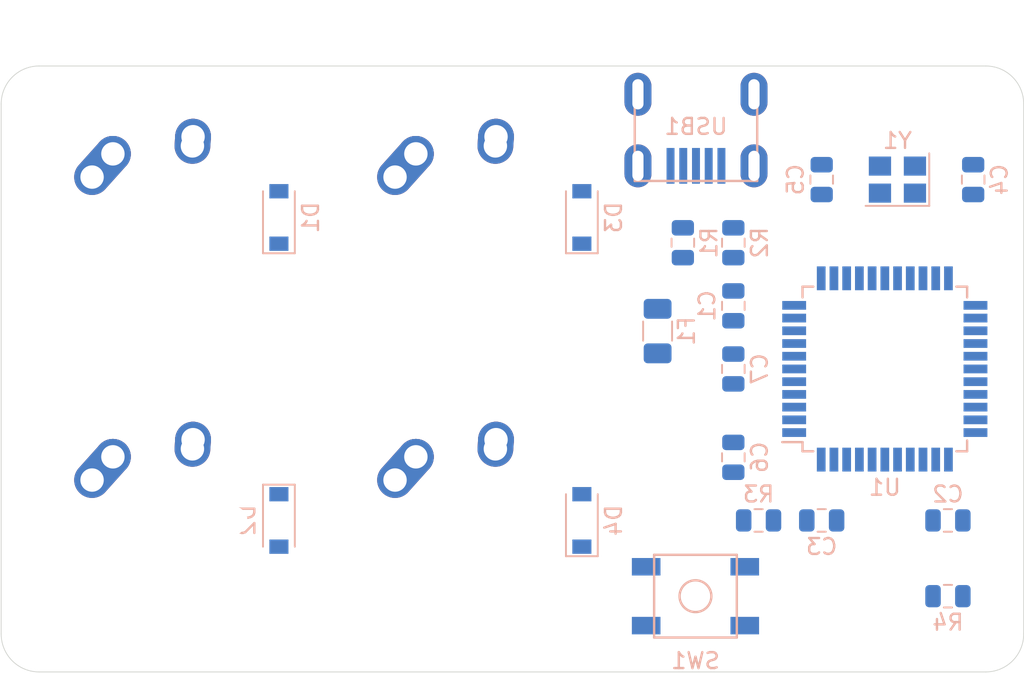
<source format=kicad_pcb>
(kicad_pcb (version 20171130) (host pcbnew "(5.1.4-0-10_14)")

  (general
    (thickness 1.6)
    (drawings 8)
    (tracks 0)
    (zones 0)
    (modules 24)
    (nets 49)
  )

  (page A4)
  (layers
    (0 F.Cu signal)
    (31 B.Cu signal)
    (32 B.Adhes user)
    (33 F.Adhes user)
    (34 B.Paste user)
    (35 F.Paste user)
    (36 B.SilkS user)
    (37 F.SilkS user)
    (38 B.Mask user)
    (39 F.Mask user)
    (40 Dwgs.User user)
    (41 Cmts.User user)
    (42 Eco1.User user)
    (43 Eco2.User user)
    (44 Edge.Cuts user)
    (45 Margin user)
    (46 B.CrtYd user)
    (47 F.CrtYd user)
    (48 B.Fab user)
    (49 F.Fab user)
  )

  (setup
    (last_trace_width 0.25)
    (trace_clearance 0.2)
    (zone_clearance 0.508)
    (zone_45_only no)
    (trace_min 0.2)
    (via_size 0.8)
    (via_drill 0.4)
    (via_min_size 0.4)
    (via_min_drill 0.3)
    (uvia_size 0.3)
    (uvia_drill 0.1)
    (uvias_allowed no)
    (uvia_min_size 0.2)
    (uvia_min_drill 0.1)
    (edge_width 0.05)
    (segment_width 0.2)
    (pcb_text_width 0.3)
    (pcb_text_size 1.5 1.5)
    (mod_edge_width 0.12)
    (mod_text_size 1 1)
    (mod_text_width 0.15)
    (pad_size 1.524 1.524)
    (pad_drill 0.762)
    (pad_to_mask_clearance 0.051)
    (solder_mask_min_width 0.25)
    (aux_axis_origin 0 0)
    (visible_elements FFFFFF7F)
    (pcbplotparams
      (layerselection 0x010fc_ffffffff)
      (usegerberextensions false)
      (usegerberattributes false)
      (usegerberadvancedattributes false)
      (creategerberjobfile false)
      (excludeedgelayer true)
      (linewidth 0.100000)
      (plotframeref false)
      (viasonmask false)
      (mode 1)
      (useauxorigin false)
      (hpglpennumber 1)
      (hpglpenspeed 20)
      (hpglpendiameter 15.000000)
      (psnegative false)
      (psa4output false)
      (plotreference true)
      (plotvalue true)
      (plotinvisibletext false)
      (padsonsilk false)
      (subtractmaskfromsilk false)
      (outputformat 1)
      (mirror false)
      (drillshape 1)
      (scaleselection 1)
      (outputdirectory ""))
  )

  (net 0 "")
  (net 1 GND)
  (net 2 +5V)
  (net 3 "Net-(C4-Pad1)")
  (net 4 "Net-(C5-Pad1)")
  (net 5 "Net-(C7-Pad1)")
  (net 6 "Net-(D1-Pad2)")
  (net 7 ROW0)
  (net 8 "Net-(D2-Pad2)")
  (net 9 ROW1)
  (net 10 "Net-(D3-Pad2)")
  (net 11 "Net-(D4-Pad2)")
  (net 12 VCC)
  (net 13 COL0)
  (net 14 COL1)
  (net 15 D-)
  (net 16 "Net-(R1-Pad1)")
  (net 17 D+)
  (net 18 "Net-(R2-Pad1)")
  (net 19 "Net-(R3-Pad2)")
  (net 20 "Net-(R4-Pad2)")
  (net 21 "Net-(U1-Pad42)")
  (net 22 "Net-(U1-Pad41)")
  (net 23 "Net-(U1-Pad40)")
  (net 24 "Net-(U1-Pad39)")
  (net 25 "Net-(U1-Pad38)")
  (net 26 "Net-(U1-Pad37)")
  (net 27 "Net-(U1-Pad36)")
  (net 28 "Net-(U1-Pad32)")
  (net 29 "Net-(U1-Pad31)")
  (net 30 "Net-(U1-Pad30)")
  (net 31 "Net-(U1-Pad29)")
  (net 32 "Net-(U1-Pad28)")
  (net 33 "Net-(U1-Pad27)")
  (net 34 "Net-(U1-Pad26)")
  (net 35 "Net-(U1-Pad25)")
  (net 36 "Net-(U1-Pad22)")
  (net 37 "Net-(U1-Pad21)")
  (net 38 "Net-(U1-Pad20)")
  (net 39 "Net-(U1-Pad19)")
  (net 40 "Net-(U1-Pad18)")
  (net 41 "Net-(U1-Pad12)")
  (net 42 "Net-(U1-Pad11)")
  (net 43 "Net-(U1-Pad10)")
  (net 44 "Net-(U1-Pad9)")
  (net 45 "Net-(U1-Pad8)")
  (net 46 "Net-(U1-Pad1)")
  (net 47 "Net-(USB1-Pad6)")
  (net 48 "Net-(USB1-Pad2)")

  (net_class Default "This is the default net class."
    (clearance 0.2)
    (trace_width 0.25)
    (via_dia 0.8)
    (via_drill 0.4)
    (uvia_dia 0.3)
    (uvia_drill 0.1)
    (add_net +5V)
    (add_net COL0)
    (add_net COL1)
    (add_net D+)
    (add_net D-)
    (add_net GND)
    (add_net "Net-(C4-Pad1)")
    (add_net "Net-(C5-Pad1)")
    (add_net "Net-(C7-Pad1)")
    (add_net "Net-(D1-Pad2)")
    (add_net "Net-(D2-Pad2)")
    (add_net "Net-(D3-Pad2)")
    (add_net "Net-(D4-Pad2)")
    (add_net "Net-(R1-Pad1)")
    (add_net "Net-(R2-Pad1)")
    (add_net "Net-(R3-Pad2)")
    (add_net "Net-(R4-Pad2)")
    (add_net "Net-(U1-Pad1)")
    (add_net "Net-(U1-Pad10)")
    (add_net "Net-(U1-Pad11)")
    (add_net "Net-(U1-Pad12)")
    (add_net "Net-(U1-Pad18)")
    (add_net "Net-(U1-Pad19)")
    (add_net "Net-(U1-Pad20)")
    (add_net "Net-(U1-Pad21)")
    (add_net "Net-(U1-Pad22)")
    (add_net "Net-(U1-Pad25)")
    (add_net "Net-(U1-Pad26)")
    (add_net "Net-(U1-Pad27)")
    (add_net "Net-(U1-Pad28)")
    (add_net "Net-(U1-Pad29)")
    (add_net "Net-(U1-Pad30)")
    (add_net "Net-(U1-Pad31)")
    (add_net "Net-(U1-Pad32)")
    (add_net "Net-(U1-Pad36)")
    (add_net "Net-(U1-Pad37)")
    (add_net "Net-(U1-Pad38)")
    (add_net "Net-(U1-Pad39)")
    (add_net "Net-(U1-Pad40)")
    (add_net "Net-(U1-Pad41)")
    (add_net "Net-(U1-Pad42)")
    (add_net "Net-(U1-Pad8)")
    (add_net "Net-(U1-Pad9)")
    (add_net "Net-(USB1-Pad2)")
    (add_net "Net-(USB1-Pad6)")
    (add_net ROW0)
    (add_net ROW1)
    (add_net VCC)
  )

  (module Crystal:Crystal_SMD_3225-4Pin_3.2x2.5mm (layer B.Cu) (tedit 5A0FD1B2) (tstamp 6056EDD4)
    (at 135.73125 118.26875 180)
    (descr "SMD Crystal SERIES SMD3225/4 http://www.txccrystal.com/images/pdf/7m-accuracy.pdf, 3.2x2.5mm^2 package")
    (tags "SMD SMT crystal")
    (path /6058BC2E)
    (attr smd)
    (fp_text reference Y1 (at 0 2.45) (layer B.SilkS)
      (effects (font (size 1 1) (thickness 0.15)) (justify mirror))
    )
    (fp_text value 16MHz (at 0 -2.45) (layer B.Fab)
      (effects (font (size 1 1) (thickness 0.15)) (justify mirror))
    )
    (fp_line (start 2.1 1.7) (end -2.1 1.7) (layer B.CrtYd) (width 0.05))
    (fp_line (start 2.1 -1.7) (end 2.1 1.7) (layer B.CrtYd) (width 0.05))
    (fp_line (start -2.1 -1.7) (end 2.1 -1.7) (layer B.CrtYd) (width 0.05))
    (fp_line (start -2.1 1.7) (end -2.1 -1.7) (layer B.CrtYd) (width 0.05))
    (fp_line (start -2 -1.65) (end 2 -1.65) (layer B.SilkS) (width 0.12))
    (fp_line (start -2 1.65) (end -2 -1.65) (layer B.SilkS) (width 0.12))
    (fp_line (start -1.6 -0.25) (end -0.6 -1.25) (layer B.Fab) (width 0.1))
    (fp_line (start 1.6 1.25) (end -1.6 1.25) (layer B.Fab) (width 0.1))
    (fp_line (start 1.6 -1.25) (end 1.6 1.25) (layer B.Fab) (width 0.1))
    (fp_line (start -1.6 -1.25) (end 1.6 -1.25) (layer B.Fab) (width 0.1))
    (fp_line (start -1.6 1.25) (end -1.6 -1.25) (layer B.Fab) (width 0.1))
    (fp_text user %R (at 0 0) (layer B.Fab)
      (effects (font (size 0.7 0.7) (thickness 0.105)) (justify mirror))
    )
    (pad 4 smd rect (at -1.1 0.85 180) (size 1.4 1.2) (layers B.Cu B.Paste B.Mask)
      (net 1 GND))
    (pad 3 smd rect (at 1.1 0.85 180) (size 1.4 1.2) (layers B.Cu B.Paste B.Mask)
      (net 4 "Net-(C5-Pad1)"))
    (pad 2 smd rect (at 1.1 -0.85 180) (size 1.4 1.2) (layers B.Cu B.Paste B.Mask)
      (net 1 GND))
    (pad 1 smd rect (at -1.1 -0.85 180) (size 1.4 1.2) (layers B.Cu B.Paste B.Mask)
      (net 3 "Net-(C4-Pad1)"))
    (model ${KISYS3DMOD}/Crystal.3dshapes/Crystal_SMD_3225-4Pin_3.2x2.5mm.wrl
      (at (xyz 0 0 0))
      (scale (xyz 1 1 1))
      (rotate (xyz 0 0 0))
    )
  )

  (module random-keyboard-parts:Molex-0548190589 (layer B.Cu) (tedit 5C494815) (tstamp 6056EA2B)
    (at 123.063 112.903 270)
    (path /605E54FA)
    (attr smd)
    (fp_text reference USB1 (at 2.032 0 180) (layer B.SilkS)
      (effects (font (size 1 1) (thickness 0.15)) (justify mirror))
    )
    (fp_text value Molex-0548190589 (at -5.08 0 180) (layer Dwgs.User)
      (effects (font (size 1 1) (thickness 0.15)))
    )
    (fp_text user %R (at 2 0 180) (layer B.CrtYd)
      (effects (font (size 1 1) (thickness 0.15)) (justify mirror))
    )
    (fp_line (start 3.25 1.25) (end 5.5 1.25) (layer B.CrtYd) (width 0.15))
    (fp_line (start 5.5 0.5) (end 3.25 0.5) (layer B.CrtYd) (width 0.15))
    (fp_line (start 3.25 -0.5) (end 5.5 -0.5) (layer B.CrtYd) (width 0.15))
    (fp_line (start 5.5 -1.25) (end 3.25 -1.25) (layer B.CrtYd) (width 0.15))
    (fp_line (start 3.25 -2) (end 5.5 -2) (layer B.CrtYd) (width 0.15))
    (fp_line (start 3.25 2) (end 3.25 -2) (layer B.CrtYd) (width 0.15))
    (fp_line (start 5.5 2) (end 3.25 2) (layer B.CrtYd) (width 0.15))
    (fp_line (start -3.75 -3.75) (end -3.75 3.75) (layer B.CrtYd) (width 0.15))
    (fp_line (start 5.5 -3.75) (end -3.75 -3.75) (layer B.CrtYd) (width 0.15))
    (fp_line (start 5.5 3.75) (end 5.5 -3.75) (layer B.CrtYd) (width 0.15))
    (fp_line (start -3.75 3.75) (end 5.5 3.75) (layer B.CrtYd) (width 0.15))
    (fp_line (start 0 3.85) (end 5.45 3.85) (layer B.SilkS) (width 0.15))
    (fp_line (start 0 -3.85) (end 5.45 -3.85) (layer B.SilkS) (width 0.15))
    (fp_line (start 5.45 3.85) (end 5.45 -3.85) (layer B.SilkS) (width 0.15))
    (fp_line (start -3.75 3.85) (end 0 3.85) (layer Dwgs.User) (width 0.15))
    (fp_line (start -3.75 -3.85) (end 0 -3.85) (layer Dwgs.User) (width 0.15))
    (fp_line (start -1.75 4.572) (end -1.75 -4.572) (layer Dwgs.User) (width 0.15))
    (fp_line (start -3.75 3.85) (end -3.75 -3.85) (layer Dwgs.User) (width 0.15))
    (pad 6 thru_hole oval (at 0 3.65 270) (size 2.7 1.7) (drill oval 1.9 0.7) (layers *.Cu *.Mask)
      (net 47 "Net-(USB1-Pad6)"))
    (pad 6 thru_hole oval (at 0 -3.65 270) (size 2.7 1.7) (drill oval 1.9 0.7) (layers *.Cu *.Mask)
      (net 47 "Net-(USB1-Pad6)"))
    (pad 6 thru_hole oval (at 4.5 -3.65 270) (size 2.7 1.7) (drill oval 1.9 0.7) (layers *.Cu *.Mask)
      (net 47 "Net-(USB1-Pad6)"))
    (pad 6 thru_hole oval (at 4.5 3.65 270) (size 2.7 1.7) (drill oval 1.9 0.7) (layers *.Cu *.Mask)
      (net 47 "Net-(USB1-Pad6)"))
    (pad 5 smd rect (at 4.5 1.6 270) (size 2.25 0.5) (layers B.Cu B.Paste B.Mask)
      (net 12 VCC))
    (pad 4 smd rect (at 4.5 0.8 270) (size 2.25 0.5) (layers B.Cu B.Paste B.Mask)
      (net 15 D-))
    (pad 3 smd rect (at 4.5 0 270) (size 2.25 0.5) (layers B.Cu B.Paste B.Mask)
      (net 17 D+))
    (pad 2 smd rect (at 4.5 -0.8 270) (size 2.25 0.5) (layers B.Cu B.Paste B.Mask)
      (net 48 "Net-(USB1-Pad2)"))
    (pad 1 smd rect (at 4.5 -1.6 270) (size 2.25 0.5) (layers B.Cu B.Paste B.Mask)
      (net 1 GND))
  )

  (module Package_QFP:TQFP-44_10x10mm_P0.8mm (layer B.Cu) (tedit 5A02F146) (tstamp 6056EA0B)
    (at 134.9375 130.175)
    (descr "44-Lead Plastic Thin Quad Flatpack (PT) - 10x10x1.0 mm Body [TQFP] (see Microchip Packaging Specification 00000049BS.pdf)")
    (tags "QFP 0.8")
    (path /60564E88)
    (attr smd)
    (fp_text reference U1 (at 0 7.45) (layer B.SilkS)
      (effects (font (size 1 1) (thickness 0.15)) (justify mirror))
    )
    (fp_text value ATmega32U4-AU (at 0 -7.45) (layer B.Fab)
      (effects (font (size 1 1) (thickness 0.15)) (justify mirror))
    )
    (fp_line (start -5.175 4.6) (end -6.45 4.6) (layer B.SilkS) (width 0.15))
    (fp_line (start 5.175 5.175) (end 4.5 5.175) (layer B.SilkS) (width 0.15))
    (fp_line (start 5.175 -5.175) (end 4.5 -5.175) (layer B.SilkS) (width 0.15))
    (fp_line (start -5.175 -5.175) (end -4.5 -5.175) (layer B.SilkS) (width 0.15))
    (fp_line (start -5.175 5.175) (end -4.5 5.175) (layer B.SilkS) (width 0.15))
    (fp_line (start -5.175 -5.175) (end -5.175 -4.5) (layer B.SilkS) (width 0.15))
    (fp_line (start 5.175 -5.175) (end 5.175 -4.5) (layer B.SilkS) (width 0.15))
    (fp_line (start 5.175 5.175) (end 5.175 4.5) (layer B.SilkS) (width 0.15))
    (fp_line (start -5.175 5.175) (end -5.175 4.6) (layer B.SilkS) (width 0.15))
    (fp_line (start -6.7 -6.7) (end 6.7 -6.7) (layer B.CrtYd) (width 0.05))
    (fp_line (start -6.7 6.7) (end 6.7 6.7) (layer B.CrtYd) (width 0.05))
    (fp_line (start 6.7 6.7) (end 6.7 -6.7) (layer B.CrtYd) (width 0.05))
    (fp_line (start -6.7 6.7) (end -6.7 -6.7) (layer B.CrtYd) (width 0.05))
    (fp_line (start -5 4) (end -4 5) (layer B.Fab) (width 0.15))
    (fp_line (start -5 -5) (end -5 4) (layer B.Fab) (width 0.15))
    (fp_line (start 5 -5) (end -5 -5) (layer B.Fab) (width 0.15))
    (fp_line (start 5 5) (end 5 -5) (layer B.Fab) (width 0.15))
    (fp_line (start -4 5) (end 5 5) (layer B.Fab) (width 0.15))
    (fp_text user %R (at 0 0) (layer B.Fab)
      (effects (font (size 1 1) (thickness 0.15)) (justify mirror))
    )
    (pad 44 smd rect (at -4 5.7 270) (size 1.5 0.55) (layers B.Cu B.Paste B.Mask)
      (net 2 +5V))
    (pad 43 smd rect (at -3.2 5.7 270) (size 1.5 0.55) (layers B.Cu B.Paste B.Mask)
      (net 1 GND))
    (pad 42 smd rect (at -2.4 5.7 270) (size 1.5 0.55) (layers B.Cu B.Paste B.Mask)
      (net 21 "Net-(U1-Pad42)"))
    (pad 41 smd rect (at -1.6 5.7 270) (size 1.5 0.55) (layers B.Cu B.Paste B.Mask)
      (net 22 "Net-(U1-Pad41)"))
    (pad 40 smd rect (at -0.8 5.7 270) (size 1.5 0.55) (layers B.Cu B.Paste B.Mask)
      (net 23 "Net-(U1-Pad40)"))
    (pad 39 smd rect (at 0 5.7 270) (size 1.5 0.55) (layers B.Cu B.Paste B.Mask)
      (net 24 "Net-(U1-Pad39)"))
    (pad 38 smd rect (at 0.8 5.7 270) (size 1.5 0.55) (layers B.Cu B.Paste B.Mask)
      (net 25 "Net-(U1-Pad38)"))
    (pad 37 smd rect (at 1.6 5.7 270) (size 1.5 0.55) (layers B.Cu B.Paste B.Mask)
      (net 26 "Net-(U1-Pad37)"))
    (pad 36 smd rect (at 2.4 5.7 270) (size 1.5 0.55) (layers B.Cu B.Paste B.Mask)
      (net 27 "Net-(U1-Pad36)"))
    (pad 35 smd rect (at 3.2 5.7 270) (size 1.5 0.55) (layers B.Cu B.Paste B.Mask)
      (net 1 GND))
    (pad 34 smd rect (at 4 5.7 270) (size 1.5 0.55) (layers B.Cu B.Paste B.Mask)
      (net 2 +5V))
    (pad 33 smd rect (at 5.7 4) (size 1.5 0.55) (layers B.Cu B.Paste B.Mask)
      (net 20 "Net-(R4-Pad2)"))
    (pad 32 smd rect (at 5.7 3.2) (size 1.5 0.55) (layers B.Cu B.Paste B.Mask)
      (net 28 "Net-(U1-Pad32)"))
    (pad 31 smd rect (at 5.7 2.4) (size 1.5 0.55) (layers B.Cu B.Paste B.Mask)
      (net 29 "Net-(U1-Pad31)"))
    (pad 30 smd rect (at 5.7 1.6) (size 1.5 0.55) (layers B.Cu B.Paste B.Mask)
      (net 30 "Net-(U1-Pad30)"))
    (pad 29 smd rect (at 5.7 0.8) (size 1.5 0.55) (layers B.Cu B.Paste B.Mask)
      (net 31 "Net-(U1-Pad29)"))
    (pad 28 smd rect (at 5.7 0) (size 1.5 0.55) (layers B.Cu B.Paste B.Mask)
      (net 32 "Net-(U1-Pad28)"))
    (pad 27 smd rect (at 5.7 -0.8) (size 1.5 0.55) (layers B.Cu B.Paste B.Mask)
      (net 33 "Net-(U1-Pad27)"))
    (pad 26 smd rect (at 5.7 -1.6) (size 1.5 0.55) (layers B.Cu B.Paste B.Mask)
      (net 34 "Net-(U1-Pad26)"))
    (pad 25 smd rect (at 5.7 -2.4) (size 1.5 0.55) (layers B.Cu B.Paste B.Mask)
      (net 35 "Net-(U1-Pad25)"))
    (pad 24 smd rect (at 5.7 -3.2) (size 1.5 0.55) (layers B.Cu B.Paste B.Mask)
      (net 2 +5V))
    (pad 23 smd rect (at 5.7 -4) (size 1.5 0.55) (layers B.Cu B.Paste B.Mask)
      (net 1 GND))
    (pad 22 smd rect (at 4 -5.7 270) (size 1.5 0.55) (layers B.Cu B.Paste B.Mask)
      (net 36 "Net-(U1-Pad22)"))
    (pad 21 smd rect (at 3.2 -5.7 270) (size 1.5 0.55) (layers B.Cu B.Paste B.Mask)
      (net 37 "Net-(U1-Pad21)"))
    (pad 20 smd rect (at 2.4 -5.7 270) (size 1.5 0.55) (layers B.Cu B.Paste B.Mask)
      (net 38 "Net-(U1-Pad20)"))
    (pad 19 smd rect (at 1.6 -5.7 270) (size 1.5 0.55) (layers B.Cu B.Paste B.Mask)
      (net 39 "Net-(U1-Pad19)"))
    (pad 18 smd rect (at 0.8 -5.7 270) (size 1.5 0.55) (layers B.Cu B.Paste B.Mask)
      (net 40 "Net-(U1-Pad18)"))
    (pad 17 smd rect (at 0 -5.7 270) (size 1.5 0.55) (layers B.Cu B.Paste B.Mask)
      (net 3 "Net-(C4-Pad1)"))
    (pad 16 smd rect (at -0.8 -5.7 270) (size 1.5 0.55) (layers B.Cu B.Paste B.Mask)
      (net 4 "Net-(C5-Pad1)"))
    (pad 15 smd rect (at -1.6 -5.7 270) (size 1.5 0.55) (layers B.Cu B.Paste B.Mask)
      (net 1 GND))
    (pad 14 smd rect (at -2.4 -5.7 270) (size 1.5 0.55) (layers B.Cu B.Paste B.Mask)
      (net 2 +5V))
    (pad 13 smd rect (at -3.2 -5.7 270) (size 1.5 0.55) (layers B.Cu B.Paste B.Mask)
      (net 19 "Net-(R3-Pad2)"))
    (pad 12 smd rect (at -4 -5.7 270) (size 1.5 0.55) (layers B.Cu B.Paste B.Mask)
      (net 41 "Net-(U1-Pad12)"))
    (pad 11 smd rect (at -5.7 -4) (size 1.5 0.55) (layers B.Cu B.Paste B.Mask)
      (net 42 "Net-(U1-Pad11)"))
    (pad 10 smd rect (at -5.7 -3.2) (size 1.5 0.55) (layers B.Cu B.Paste B.Mask)
      (net 43 "Net-(U1-Pad10)"))
    (pad 9 smd rect (at -5.7 -2.4) (size 1.5 0.55) (layers B.Cu B.Paste B.Mask)
      (net 44 "Net-(U1-Pad9)"))
    (pad 8 smd rect (at -5.7 -1.6) (size 1.5 0.55) (layers B.Cu B.Paste B.Mask)
      (net 45 "Net-(U1-Pad8)"))
    (pad 7 smd rect (at -5.7 -0.8) (size 1.5 0.55) (layers B.Cu B.Paste B.Mask)
      (net 2 +5V))
    (pad 6 smd rect (at -5.7 0) (size 1.5 0.55) (layers B.Cu B.Paste B.Mask)
      (net 5 "Net-(C7-Pad1)"))
    (pad 5 smd rect (at -5.7 0.8) (size 1.5 0.55) (layers B.Cu B.Paste B.Mask)
      (net 1 GND))
    (pad 4 smd rect (at -5.7 1.6) (size 1.5 0.55) (layers B.Cu B.Paste B.Mask)
      (net 18 "Net-(R2-Pad1)"))
    (pad 3 smd rect (at -5.7 2.4) (size 1.5 0.55) (layers B.Cu B.Paste B.Mask)
      (net 16 "Net-(R1-Pad1)"))
    (pad 2 smd rect (at -5.7 3.2) (size 1.5 0.55) (layers B.Cu B.Paste B.Mask)
      (net 2 +5V))
    (pad 1 smd rect (at -5.7 4) (size 1.5 0.55) (layers B.Cu B.Paste B.Mask)
      (net 46 "Net-(U1-Pad1)"))
    (model ${KISYS3DMOD}/Package_QFP.3dshapes/TQFP-44_10x10mm_P0.8mm.wrl
      (at (xyz 0 0 0))
      (scale (xyz 1 1 1))
      (rotate (xyz 0 0 0))
    )
  )

  (module random-keyboard-parts:SKQG-1155865 (layer B.Cu) (tedit 5E62B398) (tstamp 6056E9C8)
    (at 123.03125 144.4625 180)
    (path /605A04FE)
    (attr smd)
    (fp_text reference SW1 (at 0 -4.064) (layer B.SilkS)
      (effects (font (size 1 1) (thickness 0.15)) (justify mirror))
    )
    (fp_text value SW_Push (at 0 4.064) (layer B.Fab)
      (effects (font (size 1 1) (thickness 0.15)) (justify mirror))
    )
    (fp_line (start -2.6 2.6) (end 2.6 2.6) (layer B.SilkS) (width 0.15))
    (fp_line (start 2.6 2.6) (end 2.6 -2.6) (layer B.SilkS) (width 0.15))
    (fp_line (start 2.6 -2.6) (end -2.6 -2.6) (layer B.SilkS) (width 0.15))
    (fp_line (start -2.6 -2.6) (end -2.6 2.6) (layer B.SilkS) (width 0.15))
    (fp_circle (center 0 0) (end 1 0) (layer B.SilkS) (width 0.15))
    (fp_line (start -4.2 2.6) (end 4.2 2.6) (layer B.Fab) (width 0.15))
    (fp_line (start 4.2 2.6) (end 4.2 1.2) (layer B.Fab) (width 0.15))
    (fp_line (start 4.2 1.1) (end 2.6 1.1) (layer B.Fab) (width 0.15))
    (fp_line (start 2.6 1.1) (end 2.6 -1.1) (layer B.Fab) (width 0.15))
    (fp_line (start 2.6 -1.1) (end 4.2 -1.1) (layer B.Fab) (width 0.15))
    (fp_line (start 4.2 -1.1) (end 4.2 -2.6) (layer B.Fab) (width 0.15))
    (fp_line (start 4.2 -2.6) (end -4.2 -2.6) (layer B.Fab) (width 0.15))
    (fp_line (start -4.2 -2.6) (end -4.2 -1.1) (layer B.Fab) (width 0.15))
    (fp_line (start -4.2 -1.1) (end -2.6 -1.1) (layer B.Fab) (width 0.15))
    (fp_line (start -2.6 -1.1) (end -2.6 1.1) (layer B.Fab) (width 0.15))
    (fp_line (start -2.6 1.1) (end -4.2 1.1) (layer B.Fab) (width 0.15))
    (fp_line (start -4.2 1.1) (end -4.2 2.6) (layer B.Fab) (width 0.15))
    (fp_circle (center 0 0) (end 1 0) (layer B.Fab) (width 0.15))
    (fp_line (start -2.6 1.1) (end -1.1 2.6) (layer B.Fab) (width 0.15))
    (fp_line (start 2.6 1.1) (end 1.1 2.6) (layer B.Fab) (width 0.15))
    (fp_line (start 2.6 -1.1) (end 1.1 -2.6) (layer B.Fab) (width 0.15))
    (fp_line (start -2.6 -1.1) (end -1.1 -2.6) (layer B.Fab) (width 0.15))
    (pad 4 smd rect (at -3.1 -1.85 180) (size 1.8 1.1) (layers B.Cu B.Paste B.Mask))
    (pad 3 smd rect (at 3.1 1.85 180) (size 1.8 1.1) (layers B.Cu B.Paste B.Mask))
    (pad 2 smd rect (at -3.1 1.85 180) (size 1.8 1.1) (layers B.Cu B.Paste B.Mask)
      (net 19 "Net-(R3-Pad2)"))
    (pad 1 smd rect (at 3.1 -1.85 180) (size 1.8 1.1) (layers B.Cu B.Paste B.Mask)
      (net 1 GND))
    (model ${KISYS3DMOD}/Button_Switch_SMD.3dshapes/SW_SPST_TL3342.step
      (at (xyz 0 0 0))
      (scale (xyz 1 1 1))
      (rotate (xyz 0 0 0))
    )
  )

  (module Resistor_SMD:R_0805_2012Metric (layer B.Cu) (tedit 5B36C52B) (tstamp 6056E9AA)
    (at 138.90625 144.4625)
    (descr "Resistor SMD 0805 (2012 Metric), square (rectangular) end terminal, IPC_7351 nominal, (Body size source: https://docs.google.com/spreadsheets/d/1BsfQQcO9C6DZCsRaXUlFlo91Tg2WpOkGARC1WS5S8t0/edit?usp=sharing), generated with kicad-footprint-generator")
    (tags resistor)
    (path /605759BB)
    (attr smd)
    (fp_text reference R4 (at 0 1.65) (layer B.SilkS)
      (effects (font (size 1 1) (thickness 0.15)) (justify mirror))
    )
    (fp_text value 10k (at 0 -1.65) (layer B.Fab)
      (effects (font (size 1 1) (thickness 0.15)) (justify mirror))
    )
    (fp_text user %R (at 0 0) (layer B.Fab)
      (effects (font (size 0.5 0.5) (thickness 0.08)) (justify mirror))
    )
    (fp_line (start 1.68 -0.95) (end -1.68 -0.95) (layer B.CrtYd) (width 0.05))
    (fp_line (start 1.68 0.95) (end 1.68 -0.95) (layer B.CrtYd) (width 0.05))
    (fp_line (start -1.68 0.95) (end 1.68 0.95) (layer B.CrtYd) (width 0.05))
    (fp_line (start -1.68 -0.95) (end -1.68 0.95) (layer B.CrtYd) (width 0.05))
    (fp_line (start -0.258578 -0.71) (end 0.258578 -0.71) (layer B.SilkS) (width 0.12))
    (fp_line (start -0.258578 0.71) (end 0.258578 0.71) (layer B.SilkS) (width 0.12))
    (fp_line (start 1 -0.6) (end -1 -0.6) (layer B.Fab) (width 0.1))
    (fp_line (start 1 0.6) (end 1 -0.6) (layer B.Fab) (width 0.1))
    (fp_line (start -1 0.6) (end 1 0.6) (layer B.Fab) (width 0.1))
    (fp_line (start -1 -0.6) (end -1 0.6) (layer B.Fab) (width 0.1))
    (pad 2 smd roundrect (at 0.9375 0) (size 0.975 1.4) (layers B.Cu B.Paste B.Mask) (roundrect_rratio 0.25)
      (net 20 "Net-(R4-Pad2)"))
    (pad 1 smd roundrect (at -0.9375 0) (size 0.975 1.4) (layers B.Cu B.Paste B.Mask) (roundrect_rratio 0.25)
      (net 1 GND))
    (model ${KISYS3DMOD}/Resistor_SMD.3dshapes/R_0805_2012Metric.wrl
      (at (xyz 0 0 0))
      (scale (xyz 1 1 1))
      (rotate (xyz 0 0 0))
    )
  )

  (module Resistor_SMD:R_0805_2012Metric (layer B.Cu) (tedit 5B36C52B) (tstamp 6056E999)
    (at 127 139.7 180)
    (descr "Resistor SMD 0805 (2012 Metric), square (rectangular) end terminal, IPC_7351 nominal, (Body size source: https://docs.google.com/spreadsheets/d/1BsfQQcO9C6DZCsRaXUlFlo91Tg2WpOkGARC1WS5S8t0/edit?usp=sharing), generated with kicad-footprint-generator")
    (tags resistor)
    (path /605A3831)
    (attr smd)
    (fp_text reference R3 (at 0 1.65) (layer B.SilkS)
      (effects (font (size 1 1) (thickness 0.15)) (justify mirror))
    )
    (fp_text value 10k (at 0 -1.65) (layer B.Fab)
      (effects (font (size 1 1) (thickness 0.15)) (justify mirror))
    )
    (fp_text user %R (at 0 0) (layer B.Fab)
      (effects (font (size 0.5 0.5) (thickness 0.08)) (justify mirror))
    )
    (fp_line (start 1.68 -0.95) (end -1.68 -0.95) (layer B.CrtYd) (width 0.05))
    (fp_line (start 1.68 0.95) (end 1.68 -0.95) (layer B.CrtYd) (width 0.05))
    (fp_line (start -1.68 0.95) (end 1.68 0.95) (layer B.CrtYd) (width 0.05))
    (fp_line (start -1.68 -0.95) (end -1.68 0.95) (layer B.CrtYd) (width 0.05))
    (fp_line (start -0.258578 -0.71) (end 0.258578 -0.71) (layer B.SilkS) (width 0.12))
    (fp_line (start -0.258578 0.71) (end 0.258578 0.71) (layer B.SilkS) (width 0.12))
    (fp_line (start 1 -0.6) (end -1 -0.6) (layer B.Fab) (width 0.1))
    (fp_line (start 1 0.6) (end 1 -0.6) (layer B.Fab) (width 0.1))
    (fp_line (start -1 0.6) (end 1 0.6) (layer B.Fab) (width 0.1))
    (fp_line (start -1 -0.6) (end -1 0.6) (layer B.Fab) (width 0.1))
    (pad 2 smd roundrect (at 0.9375 0 180) (size 0.975 1.4) (layers B.Cu B.Paste B.Mask) (roundrect_rratio 0.25)
      (net 19 "Net-(R3-Pad2)"))
    (pad 1 smd roundrect (at -0.9375 0 180) (size 0.975 1.4) (layers B.Cu B.Paste B.Mask) (roundrect_rratio 0.25)
      (net 2 +5V))
    (model ${KISYS3DMOD}/Resistor_SMD.3dshapes/R_0805_2012Metric.wrl
      (at (xyz 0 0 0))
      (scale (xyz 1 1 1))
      (rotate (xyz 0 0 0))
    )
  )

  (module Resistor_SMD:R_0805_2012Metric (layer B.Cu) (tedit 5B36C52B) (tstamp 6056E988)
    (at 125.4125 122.2375 90)
    (descr "Resistor SMD 0805 (2012 Metric), square (rectangular) end terminal, IPC_7351 nominal, (Body size source: https://docs.google.com/spreadsheets/d/1BsfQQcO9C6DZCsRaXUlFlo91Tg2WpOkGARC1WS5S8t0/edit?usp=sharing), generated with kicad-footprint-generator")
    (tags resistor)
    (path /605786C1)
    (attr smd)
    (fp_text reference R2 (at 0 1.65 90) (layer B.SilkS)
      (effects (font (size 1 1) (thickness 0.15)) (justify mirror))
    )
    (fp_text value 22 (at 0 -1.65 90) (layer B.Fab)
      (effects (font (size 1 1) (thickness 0.15)) (justify mirror))
    )
    (fp_text user %R (at 0 0 90) (layer B.Fab)
      (effects (font (size 0.5 0.5) (thickness 0.08)) (justify mirror))
    )
    (fp_line (start 1.68 -0.95) (end -1.68 -0.95) (layer B.CrtYd) (width 0.05))
    (fp_line (start 1.68 0.95) (end 1.68 -0.95) (layer B.CrtYd) (width 0.05))
    (fp_line (start -1.68 0.95) (end 1.68 0.95) (layer B.CrtYd) (width 0.05))
    (fp_line (start -1.68 -0.95) (end -1.68 0.95) (layer B.CrtYd) (width 0.05))
    (fp_line (start -0.258578 -0.71) (end 0.258578 -0.71) (layer B.SilkS) (width 0.12))
    (fp_line (start -0.258578 0.71) (end 0.258578 0.71) (layer B.SilkS) (width 0.12))
    (fp_line (start 1 -0.6) (end -1 -0.6) (layer B.Fab) (width 0.1))
    (fp_line (start 1 0.6) (end 1 -0.6) (layer B.Fab) (width 0.1))
    (fp_line (start -1 0.6) (end 1 0.6) (layer B.Fab) (width 0.1))
    (fp_line (start -1 -0.6) (end -1 0.6) (layer B.Fab) (width 0.1))
    (pad 2 smd roundrect (at 0.9375 0 90) (size 0.975 1.4) (layers B.Cu B.Paste B.Mask) (roundrect_rratio 0.25)
      (net 17 D+))
    (pad 1 smd roundrect (at -0.9375 0 90) (size 0.975 1.4) (layers B.Cu B.Paste B.Mask) (roundrect_rratio 0.25)
      (net 18 "Net-(R2-Pad1)"))
    (model ${KISYS3DMOD}/Resistor_SMD.3dshapes/R_0805_2012Metric.wrl
      (at (xyz 0 0 0))
      (scale (xyz 1 1 1))
      (rotate (xyz 0 0 0))
    )
  )

  (module Resistor_SMD:R_0805_2012Metric (layer B.Cu) (tedit 5B36C52B) (tstamp 6056E977)
    (at 122.2375 122.2375 90)
    (descr "Resistor SMD 0805 (2012 Metric), square (rectangular) end terminal, IPC_7351 nominal, (Body size source: https://docs.google.com/spreadsheets/d/1BsfQQcO9C6DZCsRaXUlFlo91Tg2WpOkGARC1WS5S8t0/edit?usp=sharing), generated with kicad-footprint-generator")
    (tags resistor)
    (path /605798A5)
    (attr smd)
    (fp_text reference R1 (at 0 1.65 90) (layer B.SilkS)
      (effects (font (size 1 1) (thickness 0.15)) (justify mirror))
    )
    (fp_text value 22 (at 0 -1.65 90) (layer B.Fab)
      (effects (font (size 1 1) (thickness 0.15)) (justify mirror))
    )
    (fp_text user %R (at 0 0 90) (layer B.Fab)
      (effects (font (size 0.5 0.5) (thickness 0.08)) (justify mirror))
    )
    (fp_line (start 1.68 -0.95) (end -1.68 -0.95) (layer B.CrtYd) (width 0.05))
    (fp_line (start 1.68 0.95) (end 1.68 -0.95) (layer B.CrtYd) (width 0.05))
    (fp_line (start -1.68 0.95) (end 1.68 0.95) (layer B.CrtYd) (width 0.05))
    (fp_line (start -1.68 -0.95) (end -1.68 0.95) (layer B.CrtYd) (width 0.05))
    (fp_line (start -0.258578 -0.71) (end 0.258578 -0.71) (layer B.SilkS) (width 0.12))
    (fp_line (start -0.258578 0.71) (end 0.258578 0.71) (layer B.SilkS) (width 0.12))
    (fp_line (start 1 -0.6) (end -1 -0.6) (layer B.Fab) (width 0.1))
    (fp_line (start 1 0.6) (end 1 -0.6) (layer B.Fab) (width 0.1))
    (fp_line (start -1 0.6) (end 1 0.6) (layer B.Fab) (width 0.1))
    (fp_line (start -1 -0.6) (end -1 0.6) (layer B.Fab) (width 0.1))
    (pad 2 smd roundrect (at 0.9375 0 90) (size 0.975 1.4) (layers B.Cu B.Paste B.Mask) (roundrect_rratio 0.25)
      (net 15 D-))
    (pad 1 smd roundrect (at -0.9375 0 90) (size 0.975 1.4) (layers B.Cu B.Paste B.Mask) (roundrect_rratio 0.25)
      (net 16 "Net-(R1-Pad1)"))
    (model ${KISYS3DMOD}/Resistor_SMD.3dshapes/R_0805_2012Metric.wrl
      (at (xyz 0 0 0))
      (scale (xyz 1 1 1))
      (rotate (xyz 0 0 0))
    )
  )

  (module MX_Alps_Hybrid:MX-1U-NoLED (layer F.Cu) (tedit 5A9F5203) (tstamp 6056E966)
    (at 107.95 139.7)
    (path /6060758B)
    (fp_text reference MX4 (at 0 3.175) (layer Dwgs.User)
      (effects (font (size 1 1) (thickness 0.15)))
    )
    (fp_text value MX-NoLED (at 0 -7.9375) (layer Dwgs.User)
      (effects (font (size 1 1) (thickness 0.15)))
    )
    (fp_line (start -9.525 9.525) (end -9.525 -9.525) (layer Dwgs.User) (width 0.15))
    (fp_line (start 9.525 9.525) (end -9.525 9.525) (layer Dwgs.User) (width 0.15))
    (fp_line (start 9.525 -9.525) (end 9.525 9.525) (layer Dwgs.User) (width 0.15))
    (fp_line (start -9.525 -9.525) (end 9.525 -9.525) (layer Dwgs.User) (width 0.15))
    (fp_line (start -7 -7) (end -7 -5) (layer Dwgs.User) (width 0.15))
    (fp_line (start -5 -7) (end -7 -7) (layer Dwgs.User) (width 0.15))
    (fp_line (start -7 7) (end -5 7) (layer Dwgs.User) (width 0.15))
    (fp_line (start -7 5) (end -7 7) (layer Dwgs.User) (width 0.15))
    (fp_line (start 7 7) (end 7 5) (layer Dwgs.User) (width 0.15))
    (fp_line (start 5 7) (end 7 7) (layer Dwgs.User) (width 0.15))
    (fp_line (start 7 -7) (end 7 -5) (layer Dwgs.User) (width 0.15))
    (fp_line (start 5 -7) (end 7 -7) (layer Dwgs.User) (width 0.15))
    (pad "" np_thru_hole circle (at 5.08 0 48.0996) (size 1.75 1.75) (drill 1.75) (layers *.Cu *.Mask))
    (pad "" np_thru_hole circle (at -5.08 0 48.0996) (size 1.75 1.75) (drill 1.75) (layers *.Cu *.Mask))
    (pad 1 thru_hole circle (at -2.5 -4) (size 2.25 2.25) (drill 1.47) (layers *.Cu B.Mask)
      (net 14 COL1))
    (pad "" np_thru_hole circle (at 0 0) (size 3.9878 3.9878) (drill 3.9878) (layers *.Cu *.Mask))
    (pad 1 thru_hole oval (at -3.81 -2.54 48.0996) (size 4.211556 2.25) (drill 1.47 (offset 0.980778 0)) (layers *.Cu B.Mask)
      (net 14 COL1))
    (pad 2 thru_hole circle (at 2.54 -5.08) (size 2.25 2.25) (drill 1.47) (layers *.Cu B.Mask)
      (net 11 "Net-(D4-Pad2)"))
    (pad 2 thru_hole oval (at 2.5 -4.5 86.0548) (size 2.831378 2.25) (drill 1.47 (offset 0.290689 0)) (layers *.Cu B.Mask)
      (net 11 "Net-(D4-Pad2)"))
  )

  (module MX_Alps_Hybrid:MX-1U-NoLED (layer F.Cu) (tedit 5A9F5203) (tstamp 6056E94F)
    (at 107.95 120.65)
    (path /60604F4E)
    (fp_text reference MX3 (at 0 3.175) (layer Dwgs.User)
      (effects (font (size 1 1) (thickness 0.15)))
    )
    (fp_text value MX-NoLED (at 0 -7.9375) (layer Dwgs.User)
      (effects (font (size 1 1) (thickness 0.15)))
    )
    (fp_line (start -9.525 9.525) (end -9.525 -9.525) (layer Dwgs.User) (width 0.15))
    (fp_line (start 9.525 9.525) (end -9.525 9.525) (layer Dwgs.User) (width 0.15))
    (fp_line (start 9.525 -9.525) (end 9.525 9.525) (layer Dwgs.User) (width 0.15))
    (fp_line (start -9.525 -9.525) (end 9.525 -9.525) (layer Dwgs.User) (width 0.15))
    (fp_line (start -7 -7) (end -7 -5) (layer Dwgs.User) (width 0.15))
    (fp_line (start -5 -7) (end -7 -7) (layer Dwgs.User) (width 0.15))
    (fp_line (start -7 7) (end -5 7) (layer Dwgs.User) (width 0.15))
    (fp_line (start -7 5) (end -7 7) (layer Dwgs.User) (width 0.15))
    (fp_line (start 7 7) (end 7 5) (layer Dwgs.User) (width 0.15))
    (fp_line (start 5 7) (end 7 7) (layer Dwgs.User) (width 0.15))
    (fp_line (start 7 -7) (end 7 -5) (layer Dwgs.User) (width 0.15))
    (fp_line (start 5 -7) (end 7 -7) (layer Dwgs.User) (width 0.15))
    (pad "" np_thru_hole circle (at 5.08 0 48.0996) (size 1.75 1.75) (drill 1.75) (layers *.Cu *.Mask))
    (pad "" np_thru_hole circle (at -5.08 0 48.0996) (size 1.75 1.75) (drill 1.75) (layers *.Cu *.Mask))
    (pad 1 thru_hole circle (at -2.5 -4) (size 2.25 2.25) (drill 1.47) (layers *.Cu B.Mask)
      (net 14 COL1))
    (pad "" np_thru_hole circle (at 0 0) (size 3.9878 3.9878) (drill 3.9878) (layers *.Cu *.Mask))
    (pad 1 thru_hole oval (at -3.81 -2.54 48.0996) (size 4.211556 2.25) (drill 1.47 (offset 0.980778 0)) (layers *.Cu B.Mask)
      (net 14 COL1))
    (pad 2 thru_hole circle (at 2.54 -5.08) (size 2.25 2.25) (drill 1.47) (layers *.Cu B.Mask)
      (net 10 "Net-(D3-Pad2)"))
    (pad 2 thru_hole oval (at 2.5 -4.5 86.0548) (size 2.831378 2.25) (drill 1.47 (offset 0.290689 0)) (layers *.Cu B.Mask)
      (net 10 "Net-(D3-Pad2)"))
  )

  (module MX_Alps_Hybrid:MX-1U-NoLED (layer F.Cu) (tedit 5A9F5203) (tstamp 6056E938)
    (at 88.9 139.7)
    (path /60607576)
    (fp_text reference MX2 (at 0 3.175) (layer Dwgs.User)
      (effects (font (size 1 1) (thickness 0.15)))
    )
    (fp_text value MX-NoLED (at 0 -7.9375) (layer Dwgs.User)
      (effects (font (size 1 1) (thickness 0.15)))
    )
    (fp_line (start -9.525 9.525) (end -9.525 -9.525) (layer Dwgs.User) (width 0.15))
    (fp_line (start 9.525 9.525) (end -9.525 9.525) (layer Dwgs.User) (width 0.15))
    (fp_line (start 9.525 -9.525) (end 9.525 9.525) (layer Dwgs.User) (width 0.15))
    (fp_line (start -9.525 -9.525) (end 9.525 -9.525) (layer Dwgs.User) (width 0.15))
    (fp_line (start -7 -7) (end -7 -5) (layer Dwgs.User) (width 0.15))
    (fp_line (start -5 -7) (end -7 -7) (layer Dwgs.User) (width 0.15))
    (fp_line (start -7 7) (end -5 7) (layer Dwgs.User) (width 0.15))
    (fp_line (start -7 5) (end -7 7) (layer Dwgs.User) (width 0.15))
    (fp_line (start 7 7) (end 7 5) (layer Dwgs.User) (width 0.15))
    (fp_line (start 5 7) (end 7 7) (layer Dwgs.User) (width 0.15))
    (fp_line (start 7 -7) (end 7 -5) (layer Dwgs.User) (width 0.15))
    (fp_line (start 5 -7) (end 7 -7) (layer Dwgs.User) (width 0.15))
    (pad "" np_thru_hole circle (at 5.08 0 48.0996) (size 1.75 1.75) (drill 1.75) (layers *.Cu *.Mask))
    (pad "" np_thru_hole circle (at -5.08 0 48.0996) (size 1.75 1.75) (drill 1.75) (layers *.Cu *.Mask))
    (pad 1 thru_hole circle (at -2.5 -4) (size 2.25 2.25) (drill 1.47) (layers *.Cu B.Mask)
      (net 13 COL0))
    (pad "" np_thru_hole circle (at 0 0) (size 3.9878 3.9878) (drill 3.9878) (layers *.Cu *.Mask))
    (pad 1 thru_hole oval (at -3.81 -2.54 48.0996) (size 4.211556 2.25) (drill 1.47 (offset 0.980778 0)) (layers *.Cu B.Mask)
      (net 13 COL0))
    (pad 2 thru_hole circle (at 2.54 -5.08) (size 2.25 2.25) (drill 1.47) (layers *.Cu B.Mask)
      (net 8 "Net-(D2-Pad2)"))
    (pad 2 thru_hole oval (at 2.5 -4.5 86.0548) (size 2.831378 2.25) (drill 1.47 (offset 0.290689 0)) (layers *.Cu B.Mask)
      (net 8 "Net-(D2-Pad2)"))
  )

  (module MX_Alps_Hybrid:MX-1U-NoLED (layer F.Cu) (tedit 5A9F5203) (tstamp 6056E921)
    (at 88.9 120.65)
    (path /605F6D81)
    (fp_text reference MX1 (at 0 3.175) (layer Dwgs.User)
      (effects (font (size 1 1) (thickness 0.15)))
    )
    (fp_text value MX-NoLED (at 0 -7.9375) (layer Dwgs.User)
      (effects (font (size 1 1) (thickness 0.15)))
    )
    (fp_line (start -9.525 9.525) (end -9.525 -9.525) (layer Dwgs.User) (width 0.15))
    (fp_line (start 9.525 9.525) (end -9.525 9.525) (layer Dwgs.User) (width 0.15))
    (fp_line (start 9.525 -9.525) (end 9.525 9.525) (layer Dwgs.User) (width 0.15))
    (fp_line (start -9.525 -9.525) (end 9.525 -9.525) (layer Dwgs.User) (width 0.15))
    (fp_line (start -7 -7) (end -7 -5) (layer Dwgs.User) (width 0.15))
    (fp_line (start -5 -7) (end -7 -7) (layer Dwgs.User) (width 0.15))
    (fp_line (start -7 7) (end -5 7) (layer Dwgs.User) (width 0.15))
    (fp_line (start -7 5) (end -7 7) (layer Dwgs.User) (width 0.15))
    (fp_line (start 7 7) (end 7 5) (layer Dwgs.User) (width 0.15))
    (fp_line (start 5 7) (end 7 7) (layer Dwgs.User) (width 0.15))
    (fp_line (start 7 -7) (end 7 -5) (layer Dwgs.User) (width 0.15))
    (fp_line (start 5 -7) (end 7 -7) (layer Dwgs.User) (width 0.15))
    (pad "" np_thru_hole circle (at 5.08 0 48.0996) (size 1.75 1.75) (drill 1.75) (layers *.Cu *.Mask))
    (pad "" np_thru_hole circle (at -5.08 0 48.0996) (size 1.75 1.75) (drill 1.75) (layers *.Cu *.Mask))
    (pad 1 thru_hole circle (at -2.5 -4) (size 2.25 2.25) (drill 1.47) (layers *.Cu B.Mask)
      (net 13 COL0))
    (pad "" np_thru_hole circle (at 0 0) (size 3.9878 3.9878) (drill 3.9878) (layers *.Cu *.Mask))
    (pad 1 thru_hole oval (at -3.81 -2.54 48.0996) (size 4.211556 2.25) (drill 1.47 (offset 0.980778 0)) (layers *.Cu B.Mask)
      (net 13 COL0))
    (pad 2 thru_hole circle (at 2.54 -5.08) (size 2.25 2.25) (drill 1.47) (layers *.Cu B.Mask)
      (net 6 "Net-(D1-Pad2)"))
    (pad 2 thru_hole oval (at 2.5 -4.5 86.0548) (size 2.831378 2.25) (drill 1.47 (offset 0.290689 0)) (layers *.Cu B.Mask)
      (net 6 "Net-(D1-Pad2)"))
  )

  (module Fuse:Fuse_1206_3216Metric (layer B.Cu) (tedit 5B301BBE) (tstamp 6057071F)
    (at 120.65 127.79375 90)
    (descr "Fuse SMD 1206 (3216 Metric), square (rectangular) end terminal, IPC_7351 nominal, (Body size source: http://www.tortai-tech.com/upload/download/2011102023233369053.pdf), generated with kicad-footprint-generator")
    (tags resistor)
    (path /605E7CC6)
    (attr smd)
    (fp_text reference F1 (at 0 1.82 90) (layer B.SilkS)
      (effects (font (size 1 1) (thickness 0.15)) (justify mirror))
    )
    (fp_text value 500mA (at 0 -1.82 90) (layer B.Fab)
      (effects (font (size 1 1) (thickness 0.15)) (justify mirror))
    )
    (fp_text user %R (at 0 0 90) (layer B.Fab)
      (effects (font (size 0.8 0.8) (thickness 0.12)) (justify mirror))
    )
    (fp_line (start 2.28 -1.12) (end -2.28 -1.12) (layer B.CrtYd) (width 0.05))
    (fp_line (start 2.28 1.12) (end 2.28 -1.12) (layer B.CrtYd) (width 0.05))
    (fp_line (start -2.28 1.12) (end 2.28 1.12) (layer B.CrtYd) (width 0.05))
    (fp_line (start -2.28 -1.12) (end -2.28 1.12) (layer B.CrtYd) (width 0.05))
    (fp_line (start -0.602064 -0.91) (end 0.602064 -0.91) (layer B.SilkS) (width 0.12))
    (fp_line (start -0.602064 0.91) (end 0.602064 0.91) (layer B.SilkS) (width 0.12))
    (fp_line (start 1.6 -0.8) (end -1.6 -0.8) (layer B.Fab) (width 0.1))
    (fp_line (start 1.6 0.8) (end 1.6 -0.8) (layer B.Fab) (width 0.1))
    (fp_line (start -1.6 0.8) (end 1.6 0.8) (layer B.Fab) (width 0.1))
    (fp_line (start -1.6 -0.8) (end -1.6 0.8) (layer B.Fab) (width 0.1))
    (pad 2 smd roundrect (at 1.4 0 90) (size 1.25 1.75) (layers B.Cu B.Paste B.Mask) (roundrect_rratio 0.2)
      (net 12 VCC))
    (pad 1 smd roundrect (at -1.4 0 90) (size 1.25 1.75) (layers B.Cu B.Paste B.Mask) (roundrect_rratio 0.2)
      (net 2 +5V))
    (model ${KISYS3DMOD}/Fuse.3dshapes/Fuse_1206_3216Metric.wrl
      (at (xyz 0 0 0))
      (scale (xyz 1 1 1))
      (rotate (xyz 0 0 0))
    )
  )

  (module Diode_SMD:D_SOD-123 (layer B.Cu) (tedit 58645DC7) (tstamp 6056E8F9)
    (at 115.8875 139.7 90)
    (descr SOD-123)
    (tags SOD-123)
    (path /60607581)
    (attr smd)
    (fp_text reference D4 (at 0 2 270) (layer B.SilkS)
      (effects (font (size 1 1) (thickness 0.15)) (justify mirror))
    )
    (fp_text value SOD-123 (at 0 -2.1 270) (layer B.Fab)
      (effects (font (size 1 1) (thickness 0.15)) (justify mirror))
    )
    (fp_line (start -2.25 1) (end 1.65 1) (layer B.SilkS) (width 0.12))
    (fp_line (start -2.25 -1) (end 1.65 -1) (layer B.SilkS) (width 0.12))
    (fp_line (start -2.35 1.15) (end -2.35 -1.15) (layer B.CrtYd) (width 0.05))
    (fp_line (start 2.35 -1.15) (end -2.35 -1.15) (layer B.CrtYd) (width 0.05))
    (fp_line (start 2.35 1.15) (end 2.35 -1.15) (layer B.CrtYd) (width 0.05))
    (fp_line (start -2.35 1.15) (end 2.35 1.15) (layer B.CrtYd) (width 0.05))
    (fp_line (start -1.4 0.9) (end 1.4 0.9) (layer B.Fab) (width 0.1))
    (fp_line (start 1.4 0.9) (end 1.4 -0.9) (layer B.Fab) (width 0.1))
    (fp_line (start 1.4 -0.9) (end -1.4 -0.9) (layer B.Fab) (width 0.1))
    (fp_line (start -1.4 -0.9) (end -1.4 0.9) (layer B.Fab) (width 0.1))
    (fp_line (start -0.75 0) (end -0.35 0) (layer B.Fab) (width 0.1))
    (fp_line (start -0.35 0) (end -0.35 0.55) (layer B.Fab) (width 0.1))
    (fp_line (start -0.35 0) (end -0.35 -0.55) (layer B.Fab) (width 0.1))
    (fp_line (start -0.35 0) (end 0.25 0.4) (layer B.Fab) (width 0.1))
    (fp_line (start 0.25 0.4) (end 0.25 -0.4) (layer B.Fab) (width 0.1))
    (fp_line (start 0.25 -0.4) (end -0.35 0) (layer B.Fab) (width 0.1))
    (fp_line (start 0.25 0) (end 0.75 0) (layer B.Fab) (width 0.1))
    (fp_line (start -2.25 1) (end -2.25 -1) (layer B.SilkS) (width 0.12))
    (fp_text user %R (at 0 2 270) (layer B.Fab)
      (effects (font (size 1 1) (thickness 0.15)) (justify mirror))
    )
    (pad 2 smd rect (at 1.65 0 90) (size 0.9 1.2) (layers B.Cu B.Paste B.Mask)
      (net 11 "Net-(D4-Pad2)"))
    (pad 1 smd rect (at -1.65 0 90) (size 0.9 1.2) (layers B.Cu B.Paste B.Mask)
      (net 9 ROW1))
    (model ${KISYS3DMOD}/Diode_SMD.3dshapes/D_SOD-123.wrl
      (at (xyz 0 0 0))
      (scale (xyz 1 1 1))
      (rotate (xyz 0 0 0))
    )
  )

  (module Diode_SMD:D_SOD-123 (layer B.Cu) (tedit 58645DC7) (tstamp 6056E8E0)
    (at 115.8875 120.65 90)
    (descr SOD-123)
    (tags SOD-123)
    (path /60604F44)
    (attr smd)
    (fp_text reference D3 (at 0 2 270) (layer B.SilkS)
      (effects (font (size 1 1) (thickness 0.15)) (justify mirror))
    )
    (fp_text value SOD-123 (at 0 -2.1 270) (layer B.Fab)
      (effects (font (size 1 1) (thickness 0.15)) (justify mirror))
    )
    (fp_line (start -2.25 1) (end 1.65 1) (layer B.SilkS) (width 0.12))
    (fp_line (start -2.25 -1) (end 1.65 -1) (layer B.SilkS) (width 0.12))
    (fp_line (start -2.35 1.15) (end -2.35 -1.15) (layer B.CrtYd) (width 0.05))
    (fp_line (start 2.35 -1.15) (end -2.35 -1.15) (layer B.CrtYd) (width 0.05))
    (fp_line (start 2.35 1.15) (end 2.35 -1.15) (layer B.CrtYd) (width 0.05))
    (fp_line (start -2.35 1.15) (end 2.35 1.15) (layer B.CrtYd) (width 0.05))
    (fp_line (start -1.4 0.9) (end 1.4 0.9) (layer B.Fab) (width 0.1))
    (fp_line (start 1.4 0.9) (end 1.4 -0.9) (layer B.Fab) (width 0.1))
    (fp_line (start 1.4 -0.9) (end -1.4 -0.9) (layer B.Fab) (width 0.1))
    (fp_line (start -1.4 -0.9) (end -1.4 0.9) (layer B.Fab) (width 0.1))
    (fp_line (start -0.75 0) (end -0.35 0) (layer B.Fab) (width 0.1))
    (fp_line (start -0.35 0) (end -0.35 0.55) (layer B.Fab) (width 0.1))
    (fp_line (start -0.35 0) (end -0.35 -0.55) (layer B.Fab) (width 0.1))
    (fp_line (start -0.35 0) (end 0.25 0.4) (layer B.Fab) (width 0.1))
    (fp_line (start 0.25 0.4) (end 0.25 -0.4) (layer B.Fab) (width 0.1))
    (fp_line (start 0.25 -0.4) (end -0.35 0) (layer B.Fab) (width 0.1))
    (fp_line (start 0.25 0) (end 0.75 0) (layer B.Fab) (width 0.1))
    (fp_line (start -2.25 1) (end -2.25 -1) (layer B.SilkS) (width 0.12))
    (fp_text user %R (at 0 2 270) (layer B.Fab)
      (effects (font (size 1 1) (thickness 0.15)) (justify mirror))
    )
    (pad 2 smd rect (at 1.65 0 90) (size 0.9 1.2) (layers B.Cu B.Paste B.Mask)
      (net 10 "Net-(D3-Pad2)"))
    (pad 1 smd rect (at -1.65 0 90) (size 0.9 1.2) (layers B.Cu B.Paste B.Mask)
      (net 7 ROW0))
    (model ${KISYS3DMOD}/Diode_SMD.3dshapes/D_SOD-123.wrl
      (at (xyz 0 0 0))
      (scale (xyz 1 1 1))
      (rotate (xyz 0 0 0))
    )
  )

  (module Diode_SMD:D_SOD-123 (layer B.Cu) (tedit 58645DC7) (tstamp 6056E8C7)
    (at 96.8375 139.7 270)
    (descr SOD-123)
    (tags SOD-123)
    (path /6060756C)
    (attr smd)
    (fp_text reference D2 (at 0 2 90) (layer B.SilkS)
      (effects (font (size 1 1) (thickness 0.15)) (justify mirror))
    )
    (fp_text value SOD-123 (at 0 -2.1 90) (layer B.Fab)
      (effects (font (size 1 1) (thickness 0.15)) (justify mirror))
    )
    (fp_line (start -2.25 1) (end 1.65 1) (layer B.SilkS) (width 0.12))
    (fp_line (start -2.25 -1) (end 1.65 -1) (layer B.SilkS) (width 0.12))
    (fp_line (start -2.35 1.15) (end -2.35 -1.15) (layer B.CrtYd) (width 0.05))
    (fp_line (start 2.35 -1.15) (end -2.35 -1.15) (layer B.CrtYd) (width 0.05))
    (fp_line (start 2.35 1.15) (end 2.35 -1.15) (layer B.CrtYd) (width 0.05))
    (fp_line (start -2.35 1.15) (end 2.35 1.15) (layer B.CrtYd) (width 0.05))
    (fp_line (start -1.4 0.9) (end 1.4 0.9) (layer B.Fab) (width 0.1))
    (fp_line (start 1.4 0.9) (end 1.4 -0.9) (layer B.Fab) (width 0.1))
    (fp_line (start 1.4 -0.9) (end -1.4 -0.9) (layer B.Fab) (width 0.1))
    (fp_line (start -1.4 -0.9) (end -1.4 0.9) (layer B.Fab) (width 0.1))
    (fp_line (start -0.75 0) (end -0.35 0) (layer B.Fab) (width 0.1))
    (fp_line (start -0.35 0) (end -0.35 0.55) (layer B.Fab) (width 0.1))
    (fp_line (start -0.35 0) (end -0.35 -0.55) (layer B.Fab) (width 0.1))
    (fp_line (start -0.35 0) (end 0.25 0.4) (layer B.Fab) (width 0.1))
    (fp_line (start 0.25 0.4) (end 0.25 -0.4) (layer B.Fab) (width 0.1))
    (fp_line (start 0.25 -0.4) (end -0.35 0) (layer B.Fab) (width 0.1))
    (fp_line (start 0.25 0) (end 0.75 0) (layer B.Fab) (width 0.1))
    (fp_line (start -2.25 1) (end -2.25 -1) (layer B.SilkS) (width 0.12))
    (fp_text user %R (at 0 2 90) (layer B.Fab)
      (effects (font (size 1 1) (thickness 0.15)) (justify mirror))
    )
    (pad 2 smd rect (at 1.65 0 270) (size 0.9 1.2) (layers B.Cu B.Paste B.Mask)
      (net 8 "Net-(D2-Pad2)"))
    (pad 1 smd rect (at -1.65 0 270) (size 0.9 1.2) (layers B.Cu B.Paste B.Mask)
      (net 9 ROW1))
    (model ${KISYS3DMOD}/Diode_SMD.3dshapes/D_SOD-123.wrl
      (at (xyz 0 0 0))
      (scale (xyz 1 1 1))
      (rotate (xyz 0 0 0))
    )
  )

  (module Diode_SMD:D_SOD-123 (layer B.Cu) (tedit 58645DC7) (tstamp 6056E8AE)
    (at 96.8375 120.65 90)
    (descr SOD-123)
    (tags SOD-123)
    (path /605F7C89)
    (attr smd)
    (fp_text reference D1 (at 0 2 -90) (layer B.SilkS)
      (effects (font (size 1 1) (thickness 0.15)) (justify mirror))
    )
    (fp_text value SOD-123 (at 0 -2.1 -90) (layer B.Fab)
      (effects (font (size 1 1) (thickness 0.15)) (justify mirror))
    )
    (fp_line (start -2.25 1) (end 1.65 1) (layer B.SilkS) (width 0.12))
    (fp_line (start -2.25 -1) (end 1.65 -1) (layer B.SilkS) (width 0.12))
    (fp_line (start -2.35 1.15) (end -2.35 -1.15) (layer B.CrtYd) (width 0.05))
    (fp_line (start 2.35 -1.15) (end -2.35 -1.15) (layer B.CrtYd) (width 0.05))
    (fp_line (start 2.35 1.15) (end 2.35 -1.15) (layer B.CrtYd) (width 0.05))
    (fp_line (start -2.35 1.15) (end 2.35 1.15) (layer B.CrtYd) (width 0.05))
    (fp_line (start -1.4 0.9) (end 1.4 0.9) (layer B.Fab) (width 0.1))
    (fp_line (start 1.4 0.9) (end 1.4 -0.9) (layer B.Fab) (width 0.1))
    (fp_line (start 1.4 -0.9) (end -1.4 -0.9) (layer B.Fab) (width 0.1))
    (fp_line (start -1.4 -0.9) (end -1.4 0.9) (layer B.Fab) (width 0.1))
    (fp_line (start -0.75 0) (end -0.35 0) (layer B.Fab) (width 0.1))
    (fp_line (start -0.35 0) (end -0.35 0.55) (layer B.Fab) (width 0.1))
    (fp_line (start -0.35 0) (end -0.35 -0.55) (layer B.Fab) (width 0.1))
    (fp_line (start -0.35 0) (end 0.25 0.4) (layer B.Fab) (width 0.1))
    (fp_line (start 0.25 0.4) (end 0.25 -0.4) (layer B.Fab) (width 0.1))
    (fp_line (start 0.25 -0.4) (end -0.35 0) (layer B.Fab) (width 0.1))
    (fp_line (start 0.25 0) (end 0.75 0) (layer B.Fab) (width 0.1))
    (fp_line (start -2.25 1) (end -2.25 -1) (layer B.SilkS) (width 0.12))
    (fp_text user %R (at 0 2 -90) (layer B.Fab)
      (effects (font (size 1 1) (thickness 0.15)) (justify mirror))
    )
    (pad 2 smd rect (at 1.65 0 90) (size 0.9 1.2) (layers B.Cu B.Paste B.Mask)
      (net 6 "Net-(D1-Pad2)"))
    (pad 1 smd rect (at -1.65 0 90) (size 0.9 1.2) (layers B.Cu B.Paste B.Mask)
      (net 7 ROW0))
    (model ${KISYS3DMOD}/Diode_SMD.3dshapes/D_SOD-123.wrl
      (at (xyz 0 0 0))
      (scale (xyz 1 1 1))
      (rotate (xyz 0 0 0))
    )
  )

  (module Capacitor_SMD:C_0805_2012Metric (layer B.Cu) (tedit 5B36C52B) (tstamp 6056E895)
    (at 125.4125 130.175 90)
    (descr "Capacitor SMD 0805 (2012 Metric), square (rectangular) end terminal, IPC_7351 nominal, (Body size source: https://docs.google.com/spreadsheets/d/1BsfQQcO9C6DZCsRaXUlFlo91Tg2WpOkGARC1WS5S8t0/edit?usp=sharing), generated with kicad-footprint-generator")
    (tags capacitor)
    (path /6057C132)
    (attr smd)
    (fp_text reference C7 (at 0 1.65 90) (layer B.SilkS)
      (effects (font (size 1 1) (thickness 0.15)) (justify mirror))
    )
    (fp_text value 1uF (at 0 -1.65 90) (layer B.Fab)
      (effects (font (size 1 1) (thickness 0.15)) (justify mirror))
    )
    (fp_text user %R (at 0 0 90) (layer B.Fab)
      (effects (font (size 0.5 0.5) (thickness 0.08)) (justify mirror))
    )
    (fp_line (start 1.68 -0.95) (end -1.68 -0.95) (layer B.CrtYd) (width 0.05))
    (fp_line (start 1.68 0.95) (end 1.68 -0.95) (layer B.CrtYd) (width 0.05))
    (fp_line (start -1.68 0.95) (end 1.68 0.95) (layer B.CrtYd) (width 0.05))
    (fp_line (start -1.68 -0.95) (end -1.68 0.95) (layer B.CrtYd) (width 0.05))
    (fp_line (start -0.258578 -0.71) (end 0.258578 -0.71) (layer B.SilkS) (width 0.12))
    (fp_line (start -0.258578 0.71) (end 0.258578 0.71) (layer B.SilkS) (width 0.12))
    (fp_line (start 1 -0.6) (end -1 -0.6) (layer B.Fab) (width 0.1))
    (fp_line (start 1 0.6) (end 1 -0.6) (layer B.Fab) (width 0.1))
    (fp_line (start -1 0.6) (end 1 0.6) (layer B.Fab) (width 0.1))
    (fp_line (start -1 -0.6) (end -1 0.6) (layer B.Fab) (width 0.1))
    (pad 2 smd roundrect (at 0.9375 0 90) (size 0.975 1.4) (layers B.Cu B.Paste B.Mask) (roundrect_rratio 0.25)
      (net 1 GND))
    (pad 1 smd roundrect (at -0.9375 0 90) (size 0.975 1.4) (layers B.Cu B.Paste B.Mask) (roundrect_rratio 0.25)
      (net 5 "Net-(C7-Pad1)"))
    (model ${KISYS3DMOD}/Capacitor_SMD.3dshapes/C_0805_2012Metric.wrl
      (at (xyz 0 0 0))
      (scale (xyz 1 1 1))
      (rotate (xyz 0 0 0))
    )
  )

  (module Capacitor_SMD:C_0805_2012Metric (layer B.Cu) (tedit 5B36C52B) (tstamp 6056E884)
    (at 125.4125 135.73125 90)
    (descr "Capacitor SMD 0805 (2012 Metric), square (rectangular) end terminal, IPC_7351 nominal, (Body size source: https://docs.google.com/spreadsheets/d/1BsfQQcO9C6DZCsRaXUlFlo91Tg2WpOkGARC1WS5S8t0/edit?usp=sharing), generated with kicad-footprint-generator")
    (tags capacitor)
    (path /605805CB)
    (attr smd)
    (fp_text reference C6 (at 0 1.65 90) (layer B.SilkS)
      (effects (font (size 1 1) (thickness 0.15)) (justify mirror))
    )
    (fp_text value 10uF (at 0 -1.65 90) (layer B.Fab)
      (effects (font (size 1 1) (thickness 0.15)) (justify mirror))
    )
    (fp_text user %R (at 0 0 90) (layer B.Fab)
      (effects (font (size 0.5 0.5) (thickness 0.08)) (justify mirror))
    )
    (fp_line (start 1.68 -0.95) (end -1.68 -0.95) (layer B.CrtYd) (width 0.05))
    (fp_line (start 1.68 0.95) (end 1.68 -0.95) (layer B.CrtYd) (width 0.05))
    (fp_line (start -1.68 0.95) (end 1.68 0.95) (layer B.CrtYd) (width 0.05))
    (fp_line (start -1.68 -0.95) (end -1.68 0.95) (layer B.CrtYd) (width 0.05))
    (fp_line (start -0.258578 -0.71) (end 0.258578 -0.71) (layer B.SilkS) (width 0.12))
    (fp_line (start -0.258578 0.71) (end 0.258578 0.71) (layer B.SilkS) (width 0.12))
    (fp_line (start 1 -0.6) (end -1 -0.6) (layer B.Fab) (width 0.1))
    (fp_line (start 1 0.6) (end 1 -0.6) (layer B.Fab) (width 0.1))
    (fp_line (start -1 0.6) (end 1 0.6) (layer B.Fab) (width 0.1))
    (fp_line (start -1 -0.6) (end -1 0.6) (layer B.Fab) (width 0.1))
    (pad 2 smd roundrect (at 0.9375 0 90) (size 0.975 1.4) (layers B.Cu B.Paste B.Mask) (roundrect_rratio 0.25)
      (net 1 GND))
    (pad 1 smd roundrect (at -0.9375 0 90) (size 0.975 1.4) (layers B.Cu B.Paste B.Mask) (roundrect_rratio 0.25)
      (net 2 +5V))
    (model ${KISYS3DMOD}/Capacitor_SMD.3dshapes/C_0805_2012Metric.wrl
      (at (xyz 0 0 0))
      (scale (xyz 1 1 1))
      (rotate (xyz 0 0 0))
    )
  )

  (module Capacitor_SMD:C_0805_2012Metric (layer B.Cu) (tedit 5B36C52B) (tstamp 6056E873)
    (at 130.96875 118.26875 270)
    (descr "Capacitor SMD 0805 (2012 Metric), square (rectangular) end terminal, IPC_7351 nominal, (Body size source: https://docs.google.com/spreadsheets/d/1BsfQQcO9C6DZCsRaXUlFlo91Tg2WpOkGARC1WS5S8t0/edit?usp=sharing), generated with kicad-footprint-generator")
    (tags capacitor)
    (path /60598169)
    (attr smd)
    (fp_text reference C5 (at 0 1.65 90) (layer B.SilkS)
      (effects (font (size 1 1) (thickness 0.15)) (justify mirror))
    )
    (fp_text value 22pF (at 0 -1.65 90) (layer B.Fab)
      (effects (font (size 1 1) (thickness 0.15)) (justify mirror))
    )
    (fp_text user %R (at 0 0 90) (layer B.Fab)
      (effects (font (size 0.5 0.5) (thickness 0.08)) (justify mirror))
    )
    (fp_line (start 1.68 -0.95) (end -1.68 -0.95) (layer B.CrtYd) (width 0.05))
    (fp_line (start 1.68 0.95) (end 1.68 -0.95) (layer B.CrtYd) (width 0.05))
    (fp_line (start -1.68 0.95) (end 1.68 0.95) (layer B.CrtYd) (width 0.05))
    (fp_line (start -1.68 -0.95) (end -1.68 0.95) (layer B.CrtYd) (width 0.05))
    (fp_line (start -0.258578 -0.71) (end 0.258578 -0.71) (layer B.SilkS) (width 0.12))
    (fp_line (start -0.258578 0.71) (end 0.258578 0.71) (layer B.SilkS) (width 0.12))
    (fp_line (start 1 -0.6) (end -1 -0.6) (layer B.Fab) (width 0.1))
    (fp_line (start 1 0.6) (end 1 -0.6) (layer B.Fab) (width 0.1))
    (fp_line (start -1 0.6) (end 1 0.6) (layer B.Fab) (width 0.1))
    (fp_line (start -1 -0.6) (end -1 0.6) (layer B.Fab) (width 0.1))
    (pad 2 smd roundrect (at 0.9375 0 270) (size 0.975 1.4) (layers B.Cu B.Paste B.Mask) (roundrect_rratio 0.25)
      (net 1 GND))
    (pad 1 smd roundrect (at -0.9375 0 270) (size 0.975 1.4) (layers B.Cu B.Paste B.Mask) (roundrect_rratio 0.25)
      (net 4 "Net-(C5-Pad1)"))
    (model ${KISYS3DMOD}/Capacitor_SMD.3dshapes/C_0805_2012Metric.wrl
      (at (xyz 0 0 0))
      (scale (xyz 1 1 1))
      (rotate (xyz 0 0 0))
    )
  )

  (module Capacitor_SMD:C_0805_2012Metric (layer B.Cu) (tedit 5B36C52B) (tstamp 6056E862)
    (at 140.49375 118.26875 90)
    (descr "Capacitor SMD 0805 (2012 Metric), square (rectangular) end terminal, IPC_7351 nominal, (Body size source: https://docs.google.com/spreadsheets/d/1BsfQQcO9C6DZCsRaXUlFlo91Tg2WpOkGARC1WS5S8t0/edit?usp=sharing), generated with kicad-footprint-generator")
    (tags capacitor)
    (path /6059644C)
    (attr smd)
    (fp_text reference C4 (at 0 1.65 270) (layer B.SilkS)
      (effects (font (size 1 1) (thickness 0.15)) (justify mirror))
    )
    (fp_text value 22pF (at 0 -1.65 270) (layer B.Fab)
      (effects (font (size 1 1) (thickness 0.15)) (justify mirror))
    )
    (fp_text user %R (at 0 0 270) (layer B.Fab)
      (effects (font (size 0.5 0.5) (thickness 0.08)) (justify mirror))
    )
    (fp_line (start 1.68 -0.95) (end -1.68 -0.95) (layer B.CrtYd) (width 0.05))
    (fp_line (start 1.68 0.95) (end 1.68 -0.95) (layer B.CrtYd) (width 0.05))
    (fp_line (start -1.68 0.95) (end 1.68 0.95) (layer B.CrtYd) (width 0.05))
    (fp_line (start -1.68 -0.95) (end -1.68 0.95) (layer B.CrtYd) (width 0.05))
    (fp_line (start -0.258578 -0.71) (end 0.258578 -0.71) (layer B.SilkS) (width 0.12))
    (fp_line (start -0.258578 0.71) (end 0.258578 0.71) (layer B.SilkS) (width 0.12))
    (fp_line (start 1 -0.6) (end -1 -0.6) (layer B.Fab) (width 0.1))
    (fp_line (start 1 0.6) (end 1 -0.6) (layer B.Fab) (width 0.1))
    (fp_line (start -1 0.6) (end 1 0.6) (layer B.Fab) (width 0.1))
    (fp_line (start -1 -0.6) (end -1 0.6) (layer B.Fab) (width 0.1))
    (pad 2 smd roundrect (at 0.9375 0 90) (size 0.975 1.4) (layers B.Cu B.Paste B.Mask) (roundrect_rratio 0.25)
      (net 1 GND))
    (pad 1 smd roundrect (at -0.9375 0 90) (size 0.975 1.4) (layers B.Cu B.Paste B.Mask) (roundrect_rratio 0.25)
      (net 3 "Net-(C4-Pad1)"))
    (model ${KISYS3DMOD}/Capacitor_SMD.3dshapes/C_0805_2012Metric.wrl
      (at (xyz 0 0 0))
      (scale (xyz 1 1 1))
      (rotate (xyz 0 0 0))
    )
  )

  (module Capacitor_SMD:C_0805_2012Metric (layer B.Cu) (tedit 5B36C52B) (tstamp 6056E851)
    (at 130.96875 139.7)
    (descr "Capacitor SMD 0805 (2012 Metric), square (rectangular) end terminal, IPC_7351 nominal, (Body size source: https://docs.google.com/spreadsheets/d/1BsfQQcO9C6DZCsRaXUlFlo91Tg2WpOkGARC1WS5S8t0/edit?usp=sharing), generated with kicad-footprint-generator")
    (tags capacitor)
    (path /6057F942)
    (attr smd)
    (fp_text reference C3 (at 0 1.65) (layer B.SilkS)
      (effects (font (size 1 1) (thickness 0.15)) (justify mirror))
    )
    (fp_text value 0.1uF (at 0 -1.65) (layer B.Fab)
      (effects (font (size 1 1) (thickness 0.15)) (justify mirror))
    )
    (fp_text user %R (at 0 0) (layer B.Fab)
      (effects (font (size 0.5 0.5) (thickness 0.08)) (justify mirror))
    )
    (fp_line (start 1.68 -0.95) (end -1.68 -0.95) (layer B.CrtYd) (width 0.05))
    (fp_line (start 1.68 0.95) (end 1.68 -0.95) (layer B.CrtYd) (width 0.05))
    (fp_line (start -1.68 0.95) (end 1.68 0.95) (layer B.CrtYd) (width 0.05))
    (fp_line (start -1.68 -0.95) (end -1.68 0.95) (layer B.CrtYd) (width 0.05))
    (fp_line (start -0.258578 -0.71) (end 0.258578 -0.71) (layer B.SilkS) (width 0.12))
    (fp_line (start -0.258578 0.71) (end 0.258578 0.71) (layer B.SilkS) (width 0.12))
    (fp_line (start 1 -0.6) (end -1 -0.6) (layer B.Fab) (width 0.1))
    (fp_line (start 1 0.6) (end 1 -0.6) (layer B.Fab) (width 0.1))
    (fp_line (start -1 0.6) (end 1 0.6) (layer B.Fab) (width 0.1))
    (fp_line (start -1 -0.6) (end -1 0.6) (layer B.Fab) (width 0.1))
    (pad 2 smd roundrect (at 0.9375 0) (size 0.975 1.4) (layers B.Cu B.Paste B.Mask) (roundrect_rratio 0.25)
      (net 1 GND))
    (pad 1 smd roundrect (at -0.9375 0) (size 0.975 1.4) (layers B.Cu B.Paste B.Mask) (roundrect_rratio 0.25)
      (net 2 +5V))
    (model ${KISYS3DMOD}/Capacitor_SMD.3dshapes/C_0805_2012Metric.wrl
      (at (xyz 0 0 0))
      (scale (xyz 1 1 1))
      (rotate (xyz 0 0 0))
    )
  )

  (module Capacitor_SMD:C_0805_2012Metric (layer B.Cu) (tedit 5B36C52B) (tstamp 6056E840)
    (at 138.90625 139.7 180)
    (descr "Capacitor SMD 0805 (2012 Metric), square (rectangular) end terminal, IPC_7351 nominal, (Body size source: https://docs.google.com/spreadsheets/d/1BsfQQcO9C6DZCsRaXUlFlo91Tg2WpOkGARC1WS5S8t0/edit?usp=sharing), generated with kicad-footprint-generator")
    (tags capacitor)
    (path /6057F082)
    (attr smd)
    (fp_text reference C2 (at 0 1.65) (layer B.SilkS)
      (effects (font (size 1 1) (thickness 0.15)) (justify mirror))
    )
    (fp_text value 0.1uF (at 0 -1.65) (layer B.Fab)
      (effects (font (size 1 1) (thickness 0.15)) (justify mirror))
    )
    (fp_text user %R (at 0 0) (layer B.Fab)
      (effects (font (size 0.5 0.5) (thickness 0.08)) (justify mirror))
    )
    (fp_line (start 1.68 -0.95) (end -1.68 -0.95) (layer B.CrtYd) (width 0.05))
    (fp_line (start 1.68 0.95) (end 1.68 -0.95) (layer B.CrtYd) (width 0.05))
    (fp_line (start -1.68 0.95) (end 1.68 0.95) (layer B.CrtYd) (width 0.05))
    (fp_line (start -1.68 -0.95) (end -1.68 0.95) (layer B.CrtYd) (width 0.05))
    (fp_line (start -0.258578 -0.71) (end 0.258578 -0.71) (layer B.SilkS) (width 0.12))
    (fp_line (start -0.258578 0.71) (end 0.258578 0.71) (layer B.SilkS) (width 0.12))
    (fp_line (start 1 -0.6) (end -1 -0.6) (layer B.Fab) (width 0.1))
    (fp_line (start 1 0.6) (end 1 -0.6) (layer B.Fab) (width 0.1))
    (fp_line (start -1 0.6) (end 1 0.6) (layer B.Fab) (width 0.1))
    (fp_line (start -1 -0.6) (end -1 0.6) (layer B.Fab) (width 0.1))
    (pad 2 smd roundrect (at 0.9375 0 180) (size 0.975 1.4) (layers B.Cu B.Paste B.Mask) (roundrect_rratio 0.25)
      (net 1 GND))
    (pad 1 smd roundrect (at -0.9375 0 180) (size 0.975 1.4) (layers B.Cu B.Paste B.Mask) (roundrect_rratio 0.25)
      (net 2 +5V))
    (model ${KISYS3DMOD}/Capacitor_SMD.3dshapes/C_0805_2012Metric.wrl
      (at (xyz 0 0 0))
      (scale (xyz 1 1 1))
      (rotate (xyz 0 0 0))
    )
  )

  (module Capacitor_SMD:C_0805_2012Metric (layer B.Cu) (tedit 5B36C52B) (tstamp 6056E82F)
    (at 125.4125 126.20625 270)
    (descr "Capacitor SMD 0805 (2012 Metric), square (rectangular) end terminal, IPC_7351 nominal, (Body size source: https://docs.google.com/spreadsheets/d/1BsfQQcO9C6DZCsRaXUlFlo91Tg2WpOkGARC1WS5S8t0/edit?usp=sharing), generated with kicad-footprint-generator")
    (tags capacitor)
    (path /6057FE50)
    (attr smd)
    (fp_text reference C1 (at 0 1.65 90) (layer B.SilkS)
      (effects (font (size 1 1) (thickness 0.15)) (justify mirror))
    )
    (fp_text value 0.1uF (at 0 -1.65 90) (layer B.Fab)
      (effects (font (size 1 1) (thickness 0.15)) (justify mirror))
    )
    (fp_text user %R (at 0 0 90) (layer B.Fab)
      (effects (font (size 0.5 0.5) (thickness 0.08)) (justify mirror))
    )
    (fp_line (start 1.68 -0.95) (end -1.68 -0.95) (layer B.CrtYd) (width 0.05))
    (fp_line (start 1.68 0.95) (end 1.68 -0.95) (layer B.CrtYd) (width 0.05))
    (fp_line (start -1.68 0.95) (end 1.68 0.95) (layer B.CrtYd) (width 0.05))
    (fp_line (start -1.68 -0.95) (end -1.68 0.95) (layer B.CrtYd) (width 0.05))
    (fp_line (start -0.258578 -0.71) (end 0.258578 -0.71) (layer B.SilkS) (width 0.12))
    (fp_line (start -0.258578 0.71) (end 0.258578 0.71) (layer B.SilkS) (width 0.12))
    (fp_line (start 1 -0.6) (end -1 -0.6) (layer B.Fab) (width 0.1))
    (fp_line (start 1 0.6) (end 1 -0.6) (layer B.Fab) (width 0.1))
    (fp_line (start -1 0.6) (end 1 0.6) (layer B.Fab) (width 0.1))
    (fp_line (start -1 -0.6) (end -1 0.6) (layer B.Fab) (width 0.1))
    (pad 2 smd roundrect (at 0.9375 0 270) (size 0.975 1.4) (layers B.Cu B.Paste B.Mask) (roundrect_rratio 0.25)
      (net 1 GND))
    (pad 1 smd roundrect (at -0.9375 0 270) (size 0.975 1.4) (layers B.Cu B.Paste B.Mask) (roundrect_rratio 0.25)
      (net 2 +5V))
    (model ${KISYS3DMOD}/Capacitor_SMD.3dshapes/C_0805_2012Metric.wrl
      (at (xyz 0 0 0))
      (scale (xyz 1 1 1))
      (rotate (xyz 0 0 0))
    )
  )

  (gr_line (start 79.375 113.50625) (end 79.375 146.84375) (layer Edge.Cuts) (width 0.05) (tstamp 605703FF))
  (gr_line (start 141.2875 111.125) (end 81.75625 111.125) (layer Edge.Cuts) (width 0.05) (tstamp 605703FE))
  (gr_line (start 143.66875 146.84375) (end 143.66875 113.50625) (layer Edge.Cuts) (width 0.05) (tstamp 605703FD))
  (gr_line (start 81.75625 149.225) (end 141.2875 149.225) (layer Edge.Cuts) (width 0.05) (tstamp 605703FC))
  (gr_arc (start 81.75625 146.84375) (end 79.375 146.84375) (angle -90) (layer Edge.Cuts) (width 0.05))
  (gr_arc (start 141.2875 146.84375) (end 141.2875 149.225) (angle -90) (layer Edge.Cuts) (width 0.05))
  (gr_arc (start 141.2875 113.50625) (end 143.66875 113.50625) (angle -90) (layer Edge.Cuts) (width 0.05))
  (gr_arc (start 81.75625 113.50625) (end 81.75625 111.125) (angle -90) (layer Edge.Cuts) (width 0.05))

)

</source>
